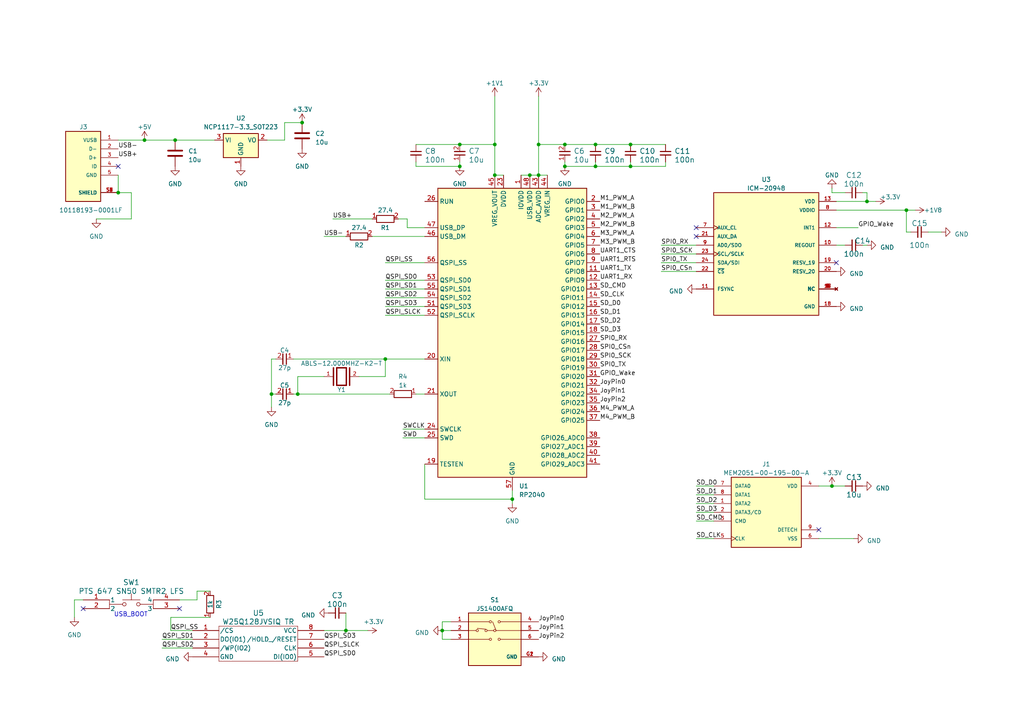
<source format=kicad_sch>
(kicad_sch (version 20230121) (generator eeschema)
  (paper "A4")
  (lib_symbols
    (symbol "1 kOhm Resistor:RC0402FR-071KL" (pin_names (offset 1.016))
      (property "Reference" "R" (at -1.27 1.27 0))
      (property "Value" "1k" (at -1.27 -3.81 0))
      (symbol "RC0402FR-071KL_0_1"
        (rectangle (start -2.54 1.016) (end 2.54 -1.016) (stroke (width 0.254)))
      )
      (symbol "RC0402FR-071KL_1_1"
        (pin passive line (at 3.81 0 180) (length 1.27) (name "~") (number "1"))
        (pin passive line (at -3.81 0 0) (length 1.27) (name "~") (number "2"))
      )
    )
    (symbol "10 uF Capacitor:GMC10X5R106M10NT" (pin_names (offset 0.254))
      (property "Reference" "C" (at 0 2.54 0))
      (property "Value" "10u" (at 0 -2.54 0))
      (symbol "GMC10X5R106M10NT_0_1"
        (polyline (pts (xy -0.508 1.524) (xy -0.508 -1.524)) (stroke (width 0.3302)))
        (polyline (pts (xy 0.508 1.524) (xy 0.508 -1.524)) (stroke (width 0.3048)))
      )
      (symbol "GMC10X5R106M10NT_1_1"
        (pin passive line (at 2.54 0 180) (length 2.032) (name "~") (number "1"))
        (pin passive line (at -2.54 0 0) (length 2.032) (name "~") (number "2"))
      )
      (symbol "GMC10X5R106M10NT_1_2"
        (polyline (pts (xy -1.905 -4.1148) (xy 1.905 -4.1148)) (stroke (width 0.2032)))
        (polyline (pts (xy -1.905 -3.4798) (xy 1.905 -3.4798)) (stroke (width 0.2032)))
        (polyline (pts (xy 0 -4.1148) (xy 0 -5.08)) (stroke (width 0.2032)))
        (polyline (pts (xy 0 -2.54) (xy 0 -3.4798)) (stroke (width 0.2032)))
        (pin unspecified line (at 0 0 270) (length 2.54) (name "") (number "1"))
        (pin unspecified line (at 0 -7.62 90) (length 2.54) (name "") (number "2"))
      )
    )
    (symbol "100 nF Capacitor:CAPH" (pin_numbers hide) (pin_names (offset 1.651) hide)
      (property "Reference" "C" (at 0 3.81 0))
      (property "Value" "100n" (at 0 -3.81 0))
      (symbol "CAPH_0_1"
        (polyline (pts (xy -0.508 -1.524) (xy -0.508 1.524)) (stroke (width 0.3048)))
        (polyline (pts (xy 0.508 -1.524) (xy 0.508 1.524)) (stroke (width 0.3302)))
      )
      (symbol "CAPH_1_1"
        (pin passive line (at -2.54 0 0) (length 2.032) (name "~") (number "1"))
        (pin passive line (at 2.54 0 180) (length 2.032) (name "~") (number "2"))
      )
    )
    (symbol "12 MHz Clock:ABLS-12.000MHZ-K2-T" (pin_names (offset 1.016))
      (property "Reference" "Y" (at -5.0878 3.8159 0))
      (property "Value" "ABLS-12.000MHZ-K2-T" (at -5.0944 -5.0944 0))
      (symbol "ABLS-12.000MHZ-K2-T_0_0"
        (polyline (pts (xy -2.3368 2.54) (xy -2.3368 -2.54)) (stroke (width 0.4064)))
        (polyline (pts (xy -1.397 2.54) (xy -1.397 -2.54)) (stroke (width 0.4064)))
        (polyline (pts (xy -1.397 2.54) (xy 1.397 2.54)) (stroke (width 0.4064)))
        (polyline (pts (xy 1.397 -2.54) (xy -1.397 -2.54)) (stroke (width 0.4064)))
        (polyline (pts (xy 1.397 2.54) (xy 1.397 -2.54)) (stroke (width 0.4064)))
        (polyline (pts (xy 2.3368 2.54) (xy 2.3368 -2.54)) (stroke (width 0.4064)))
        (pin passive line (at -5.08 0 0) (length 2.54) (name "~") (number "1"))
        (pin passive line (at 5.08 0 180) (length 2.54) (name "~") (number "2"))
      )
    )
    (symbol "27 pF Capacitor:C0402C270F5GAC" (pin_names (offset 1.016))
      (property "Reference" "C" (at -1.27 2.54 0))
      (property "Value" "27p" (at -1.27 -3.81 0))
      (symbol "C0402C270F5GAC_0_1"
        (polyline (pts (xy -0.508 1.524) (xy -0.508 -1.524)) (stroke (width 0.3302)))
        (polyline (pts (xy 0.508 1.524) (xy 0.508 -1.524)) (stroke (width 0.3048)))
      )
      (symbol "C0402C270F5GAC_1_1"
        (pin passive line (at 2.54 0 180) (length 2.032) (name "~") (number "1"))
        (pin passive line (at -2.54 0 0) (length 2.032) (name "~") (number "2"))
      )
    )
    (symbol "27.4 Ohm Resistor:RMCF0402FT27R4" (pin_names (offset 1.016))
      (property "Reference" "R" (at -2.54 3.81 0))
      (property "Value" "27.4" (at -2.54 1.27 0))
      (symbol "RMCF0402FT27R4_0_1"
        (rectangle (start 2.54 -1.016) (end -2.54 1.016) (stroke (width 0.254)))
      )
      (symbol "RMCF0402FT27R4_1_1"
        (pin passive line (at -3.81 0 0) (length 1.27) (name "~") (number "1"))
        (pin passive line (at 3.81 0 180) (length 1.27) (name "~") (number "2"))
      )
    )
    (symbol "Button:PTS_647_SN50_SMTR2_LFS" (pin_names (offset 0.254))
      (property "Reference" "SW" (at 43.18 5.08 0))
      (property "Value" "PTS 647 SN50 SMTR2 LFS" (at 44.45 -3.81 0))
      (symbol "PTS_647_SN50_SMTR2_LFS_0_1"
        (polyline (pts (xy 43.18 1.27) (xy 43.18 3.048)))
        (polyline (pts (xy 45.72 1.27) (xy 40.64 1.27)))
        (circle (center 41.148 0) (radius 0.508))
        (circle (center 45.212 0) (radius 0.508))
        (pin unspecified line (at 29.21 1.27 0) (length 7.62) (name "1") (number "1"))
        (pin unspecified line (at 29.21 -1.27 0) (length 7.62) (name "2") (number "2"))
        (pin unspecified line (at 57.15 -1.27 180) (length 7.62) (name "3") (number "3"))
        (pin unspecified line (at 57.15 1.27 180) (length 7.62) (name "4") (number "4"))
      )
      (symbol "PTS_647_SN50_SMTR2_LFS_1_1"
        (polyline (pts (xy 40.64 0) (xy 36.83 0) (xy 36.83 1.27) (xy 36.83 -1.27)))
        (polyline (pts (xy 45.72 0) (xy 49.53 0) (xy 49.53 -1.27) (xy 49.53 1.27)))
      )
    )
    (symbol "Device:C" (pin_numbers hide) (pin_names (offset 0.254))
      (property "Reference" "C" (at 0.635 2.54 0))
      (property "Value" "C" (at 0.635 -2.54 0))
      (symbol "C_0_1"
        (polyline (pts (xy -2.032 -0.762) (xy 2.032 -0.762)) (stroke (width 0.508)))
        (polyline (pts (xy -2.032 0.762) (xy 2.032 0.762)) (stroke (width 0.508)))
      )
      (symbol "C_1_1"
        (pin passive line (at 0 3.81 270) (length 2.794) (name "~") (number "1"))
        (pin passive line (at 0 -3.81 90) (length 2.794) (name "~") (number "2"))
      )
    )
    (symbol "GMC10X5R106M10NT_1" (pin_names (offset 0.254))
      (property "Reference" "C" (at 0 2.54 0))
      (property "Value" "10u" (at 0 -2.54 0))
      (symbol "GMC10X5R106M10NT_1_0_1"
        (polyline (pts (xy -0.508 1.524) (xy -0.508 -1.524)) (stroke (width 0.3302)))
        (polyline (pts (xy 0.508 1.524) (xy 0.508 -1.524)) (stroke (width 0.3048)))
      )
      (symbol "GMC10X5R106M10NT_1_1_1"
        (pin passive line (at -2.54 0 0) (length 2.032) (name "~") (number ""))
        (pin passive line (at 2.54 0 180) (length 2.032) (name "~") (number ""))
      )
      (symbol "GMC10X5R106M10NT_1_1_2"
        (polyline (pts (xy -1.905 -4.1148) (xy 1.905 -4.1148)) (stroke (width 0.2032)))
        (polyline (pts (xy -1.905 -3.4798) (xy 1.905 -3.4798)) (stroke (width 0.2032)))
        (polyline (pts (xy 0 -4.1148) (xy 0 -5.08)) (stroke (width 0.2032)))
        (polyline (pts (xy 0 -2.54) (xy 0 -3.4798)) (stroke (width 0.2032)))
        (pin unspecified line (at 0 0 270) (length 2.54) (name "") (number "1"))
        (pin unspecified line (at 0 -7.62 90) (length 2.54) (name "") (number "2"))
      )
    )
    (symbol "IMU Chip:ICM-20948" (pin_names (offset 1.016))
      (property "Reference" "U" (at -15.24 18.415 0))
      (property "Value" "ICM-20948" (at -15.24 -20.32 0))
      (symbol "ICM-20948_0_0"
        (rectangle (start -15.24 -17.78) (end 15.24 17.78) (stroke (width 0.254)) (fill (type background)))
        (pin no_connect line (at 20.32 -10.16 180) (length 5.08) (name "NC") (number "1"))
        (pin output line (at 20.32 2.54 180) (length 5.08) (name "REGOUT") (number "10"))
        (pin input line (at -20.32 -10.16 0) (length 5.08) (name "FSYNC") (number "11"))
        (pin output line (at 20.32 7.62 180) (length 5.08) (name "INT1") (number "12"))
        (pin power_in line (at 20.32 15.24 180) (length 5.08) (name "VDD") (number "13"))
        (pin no_connect line (at 20.32 -10.16 180) (length 5.08) (name "NC") (number "14"))
        (pin no_connect line (at 20.32 -10.16 180) (length 5.08) (name "NC") (number "15"))
        (pin no_connect line (at 20.32 -10.16 180) (length 5.08) (name "NC") (number "16"))
        (pin no_connect line (at 20.32 -10.16 180) (length 5.08) (name "NC") (number "17"))
        (pin power_in line (at 20.32 -15.24 180) (length 5.08) (name "GND") (number "18"))
        (pin passive line (at 20.32 -2.54 180) (length 5.08) (name "RESV_19") (number "19"))
        (pin no_connect line (at 20.32 -10.16 180) (length 5.08) (name "NC") (number "2"))
        (pin passive line (at 20.32 -5.08 180) (length 5.08) (name "RESV_20") (number "20"))
        (pin bidirectional line (at -20.32 5.08 0) (length 5.08) (name "AUX_DA") (number "21"))
        (pin input line (at -20.32 -5.08 0) (length 5.08) (name "~{CS}") (number "22"))
        (pin input clock (at -20.32 0 0) (length 5.08) (name "SCL/SCLK") (number "23"))
        (pin bidirectional line (at -20.32 -2.54 0) (length 5.08) (name "SDA/SDI") (number "24"))
        (pin no_connect line (at 20.32 -10.16 180) (length 5.08) (name "NC") (number "3"))
        (pin no_connect line (at 20.32 -10.16 180) (length 5.08) (name "NC") (number "4"))
        (pin no_connect line (at 20.32 -10.16 180) (length 5.08) (name "NC") (number "5"))
        (pin no_connect line (at 20.32 -10.16 180) (length 5.08) (name "NC") (number "6"))
        (pin input clock (at -20.32 7.62 0) (length 5.08) (name "AUX_CL") (number "7"))
        (pin power_in line (at 20.32 12.7 180) (length 5.08) (name "VDDIO") (number "8"))
        (pin bidirectional line (at -20.32 2.54 0) (length 5.08) (name "AD0/SDO") (number "9"))
      )
    )
    (symbol "JS1400AFQ:JS1400AFQ" (pin_names (offset 1.016))
      (property "Reference" "S" (at -7.62 8.89 0))
      (property "Value" "JS1400AFQ" (at -7.62 -10.16 0))
      (symbol "JS1400AFQ_0_0"
        (rectangle (start -7.62 -7.62) (end 7.62 7.62) (stroke (width 0.254)) (fill (type background)))
        (circle (center -5.08 2.54) (radius 0.3302) (stroke (width 0.1524)))
        (circle (center -2.54 2.54) (radius 0.3302) (stroke (width 0.1524)))
        (circle (center -1.27 0) (radius 0.3302) (stroke (width 0.1524)))
        (circle (center -1.27 5.08) (radius 0.3302) (stroke (width 0.1524)))
        (polyline (pts (xy -7.62 0) (xy -1.651 0)) (stroke (width 0.1524)))
        (polyline (pts (xy -7.62 2.54) (xy -5.461 2.54)) (stroke (width 0.1524)))
        (polyline (pts (xy -7.62 5.08) (xy -1.651 5.08)) (stroke (width 0.1524)))
        (polyline (pts (xy -5.08 3.175) (xy -2.54 2.921)) (stroke (width 0.1524)))
        (polyline (pts (xy -0.635 5.08) (xy 0.381 2.54)) (stroke (width 0.1524)))
        (polyline (pts (xy -0.381 2.54) (xy -2.159 2.54)) (stroke (width 0.1524)))
        (polyline (pts (xy 7.62 0) (xy 1.651 0)) (stroke (width 0.1524)))
        (polyline (pts (xy 7.62 2.54) (xy 0.381 2.54)) (stroke (width 0.1524)))
        (polyline (pts (xy 7.62 5.08) (xy 1.651 5.08)) (stroke (width 0.1524)))
        (circle (center 0 2.54) (radius 0.3302) (stroke (width 0.1524)))
        (circle (center 1.27 0) (radius 0.3302) (stroke (width 0.1524)))
        (circle (center 1.27 5.08) (radius 0.3302) (stroke (width 0.1524)))
        (pin passive line (at -12.7 5.08 0) (length 5.08) (name "~") (number "1"))
        (pin passive line (at -12.7 2.54 0) (length 5.08) (name "~") (number "2"))
        (pin passive line (at -12.7 0 0) (length 5.08) (name "~") (number "3"))
        (pin passive line (at 12.7 5.08 180) (length 5.08) (name "~") (number "4"))
        (pin passive line (at 12.7 2.54 180) (length 5.08) (name "~") (number "5"))
        (pin passive line (at 12.7 0 180) (length 5.08) (name "~") (number "6"))
        (pin power_in line (at 12.7 -5.08 180) (length 5.08) (name "GND") (number "G1"))
        (pin power_in line (at 12.7 -5.08 180) (length 5.08) (name "GND") (number "G2"))
      )
    )
    (symbol "MCU_RaspberryPi:RP2040"
      (property "Reference" "U" (at 17.78 45.72 0))
      (property "Value" "RP2040" (at 17.78 43.18 0))
      (symbol "RP2040_0_1"
        (rectangle (start -21.59 41.91) (end 21.59 -41.91) (stroke (width 0.254)) (fill (type background)))
      )
      (symbol "RP2040_1_1"
        (pin power_in line (at 2.54 45.72 270) (length 3.81) (name "IOVDD") (number "1"))
        (pin passive line (at 2.54 45.72 270) (length 3.81) hide (name "IOVDD") (number "10"))
        (pin bidirectional line (at 25.4 17.78 180) (length 3.81) (name "GPIO8") (number "11"))
        (pin bidirectional line (at 25.4 15.24 180) (length 3.81) (name "GPIO9") (number "12"))
        (pin bidirectional line (at 25.4 12.7 180) (length 3.81) (name "GPIO10") (number "13"))
        (pin bidirectional line (at 25.4 10.16 180) (length 3.81) (name "GPIO11") (number "14"))
        (pin bidirectional line (at 25.4 7.62 180) (length 3.81) (name "GPIO12") (number "15"))
        (pin bidirectional line (at 25.4 5.08 180) (length 3.81) (name "GPIO13") (number "16"))
        (pin bidirectional line (at 25.4 2.54 180) (length 3.81) (name "GPIO14") (number "17"))
        (pin bidirectional line (at 25.4 0 180) (length 3.81) (name "GPIO15") (number "18"))
        (pin input line (at -25.4 -38.1 0) (length 3.81) (name "TESTEN") (number "19"))
        (pin bidirectional line (at 25.4 38.1 180) (length 3.81) (name "GPIO0") (number "2"))
        (pin input line (at -25.4 -7.62 0) (length 3.81) (name "XIN") (number "20"))
        (pin passive line (at -25.4 -17.78 0) (length 3.81) (name "XOUT") (number "21"))
        (pin passive line (at 2.54 45.72 270) (length 3.81) hide (name "IOVDD") (number "22"))
        (pin power_in line (at -2.54 45.72 270) (length 3.81) (name "DVDD") (number "23"))
        (pin input line (at -25.4 -27.94 0) (length 3.81) (name "SWCLK") (number "24"))
        (pin bidirectional line (at -25.4 -30.48 0) (length 3.81) (name "SWD") (number "25"))
        (pin input line (at -25.4 38.1 0) (length 3.81) (name "RUN") (number "26"))
        (pin bidirectional line (at 25.4 -2.54 180) (length 3.81) (name "GPIO16") (number "27"))
        (pin bidirectional line (at 25.4 -5.08 180) (length 3.81) (name "GPIO17") (number "28"))
        (pin bidirectional line (at 25.4 -7.62 180) (length 3.81) (name "GPIO18") (number "29"))
        (pin bidirectional line (at 25.4 35.56 180) (length 3.81) (name "GPIO1") (number "3"))
        (pin bidirectional line (at 25.4 -10.16 180) (length 3.81) (name "GPIO19") (number "30"))
        (pin bidirectional line (at 25.4 -12.7 180) (length 3.81) (name "GPIO20") (number "31"))
        (pin bidirectional line (at 25.4 -15.24 180) (length 3.81) (name "GPIO21") (number "32"))
        (pin passive line (at 2.54 45.72 270) (length 3.81) hide (name "IOVDD") (number "33"))
        (pin bidirectional line (at 25.4 -17.78 180) (length 3.81) (name "GPIO22") (number "34"))
        (pin bidirectional line (at 25.4 -20.32 180) (length 3.81) (name "GPIO23") (number "35"))
        (pin bidirectional line (at 25.4 -22.86 180) (length 3.81) (name "GPIO24") (number "36"))
        (pin bidirectional line (at 25.4 -25.4 180) (length 3.81) (name "GPIO25") (number "37"))
        (pin bidirectional line (at 25.4 -30.48 180) (length 3.81) (name "GPIO26_ADC0") (number "38"))
        (pin bidirectional line (at 25.4 -33.02 180) (length 3.81) (name "GPIO27_ADC1") (number "39"))
        (pin bidirectional line (at 25.4 33.02 180) (length 3.81) (name "GPIO2") (number "4"))
        (pin bidirectional line (at 25.4 -35.56 180) (length 3.81) (name "GPIO28_ADC2") (number "40"))
        (pin bidirectional line (at 25.4 -38.1 180) (length 3.81) (name "GPIO29_ADC3") (number "41"))
        (pin passive line (at 2.54 45.72 270) (length 3.81) hide (name "IOVDD") (number "42"))
        (pin power_in line (at 7.62 45.72 270) (length 3.81) (name "ADC_AVDD") (number "43"))
        (pin power_in line (at 10.16 45.72 270) (length 3.81) (name "VREG_IN") (number "44"))
        (pin power_out line (at -5.08 45.72 270) (length 3.81) (name "VREG_VOUT") (number "45"))
        (pin bidirectional line (at -25.4 27.94 0) (length 3.81) (name "USB_DM") (number "46"))
        (pin bidirectional line (at -25.4 30.48 0) (length 3.81) (name "USB_DP") (number "47"))
        (pin power_in line (at 5.08 45.72 270) (length 3.81) (name "USB_VDD") (number "48"))
        (pin passive line (at 2.54 45.72 270) (length 3.81) hide (name "IOVDD") (number "49"))
        (pin bidirectional line (at 25.4 30.48 180) (length 3.81) (name "GPIO3") (number "5"))
        (pin passive line (at -2.54 45.72 270) (length 3.81) hide (name "DVDD") (number "50"))
        (pin bidirectional line (at -25.4 7.62 0) (length 3.81) (name "QSPI_SD3") (number "51"))
        (pin output line (at -25.4 5.08 0) (length 3.81) (name "QSPI_SCLK") (number "52"))
        (pin bidirectional line (at -25.4 15.24 0) (length 3.81) (name "QSPI_SD0") (number "53"))
        (pin bidirectional line (at -25.4 10.16 0) (length 3.81) (name "QSPI_SD2") (number "54"))
        (pin bidirectional line (at -25.4 12.7 0) (length 3.81) (name "QSPI_SD1") (number "55"))
        (pin bidirectional line (at -25.4 20.32 0) (length 3.81) (name "QSPI_SS") (number "56"))
        (pin power_in line (at 0 -45.72 90) (length 3.81) (name "GND") (number "57"))
        (pin bidirectional line (at 25.4 27.94 180) (length 3.81) (name "GPIO4") (number "6"))
        (pin bidirectional line (at 25.4 25.4 180) (length 3.81) (name "GPIO5") (number "7"))
        (pin bidirectional line (at 25.4 22.86 180) (length 3.81) (name "GPIO6") (number "8"))
        (pin bidirectional line (at 25.4 20.32 180) (length 3.81) (name "GPIO7") (number "9"))
      )
    )
    (symbol "MEM2051-00-195-00-A:MEM2051-00-195-00-A" (pin_names (offset 1.016))
      (property "Reference" "J" (at -10.16 10.16 0))
      (property "Value" "MEM2051-00-195-00-A" (at -10.16 -12.7 0))
      (symbol "MEM2051-00-195-00-A_0_0"
        (rectangle (start -10.16 -10.16) (end 10.16 10.16) (stroke (width 0.254)) (fill (type background)))
        (pin bidirectional line (at -15.24 2.54 0) (length 5.08) (name "DATA2") (number "1"))
        (pin bidirectional line (at -15.24 0 0) (length 5.08) (name "DATA3/CD") (number "2"))
        (pin bidirectional line (at -15.24 -2.54 0) (length 5.08) (name "CMD") (number "3"))
        (pin power_in line (at 15.24 7.62 180) (length 5.08) (name "VDD") (number "4"))
        (pin bidirectional clock (at -15.24 -7.62 0) (length 5.08) (name "CLK") (number "5"))
        (pin power_in line (at 15.24 -7.62 180) (length 5.08) (name "VSS") (number "6"))
        (pin bidirectional line (at -15.24 7.62 0) (length 5.08) (name "DATA0") (number "7"))
        (pin bidirectional line (at -15.24 5.08 0) (length 5.08) (name "DATA1") (number "8"))
        (pin passive line (at 15.24 -5.08 180) (length 5.08) (name "DETECH") (number "9"))
      )
    )
    (symbol "MicroUSB Connector:10118193-0001LF" (pin_names (offset 1.016))
      (property "Reference" "J" (at -5.0817 10.9286 0))
      (property "Value" "10118193-0001LF" (at -5.0819 -12.7097 0))
      (symbol "10118193-0001LF_0_0"
        (rectangle (start -5.08 -10.16) (end 5.08 10.16) (stroke (width 0.254)) (fill (type background)))
        (pin passive line (at -10.16 7.62 0) (length 5.08) (name "VUSB") (number "1"))
        (pin passive line (at -10.16 5.08 0) (length 5.08) (name "D-") (number "2"))
        (pin passive line (at -10.16 2.54 0) (length 5.08) (name "D+") (number "3"))
        (pin passive line (at -10.16 0 0) (length 5.08) (name "ID") (number "4"))
        (pin passive line (at -10.16 -2.54 0) (length 5.08) (name "GND") (number "5"))
        (pin passive line (at -10.16 -7.62 0) (length 5.08) (name "SHIELD") (number "S1"))
        (pin passive line (at -10.16 -7.62 0) (length 5.08) (name "SHIELD") (number "S2"))
        (pin passive line (at -10.16 -7.62 0) (length 5.08) (name "SHIELD") (number "S3"))
        (pin passive line (at -10.16 -7.62 0) (length 5.08) (name "SHIELD") (number "S4"))
        (pin passive line (at -10.16 -7.62 0) (length 5.08) (name "SHIELD") (number "S5"))
        (pin passive line (at -10.16 -7.62 0) (length 5.08) (name "SHIELD") (number "S6"))
      )
    )
    (symbol "Regulator_Linear:NCP1117-3.3_SOT223"
      (property "Reference" "U" (at -3.81 3.175 0))
      (property "Value" "NCP1117-3.3_SOT223" (at 0 3.175 0))
      (symbol "NCP1117-3.3_SOT223_0_1"
        (rectangle (start -5.08 -5.08) (end 5.08 1.905) (stroke (width 0.254)) (fill (type background)))
      )
      (symbol "NCP1117-3.3_SOT223_1_1"
        (pin power_in line (at 0 -7.62 90) (length 2.54) (name "GND") (number "1"))
        (pin power_out line (at 7.62 0 180) (length 2.54) (name "VO") (number "2"))
        (pin power_in line (at -7.62 0 0) (length 2.54) (name "VI") (number "3"))
      )
    )
    (symbol "W25Q128JVSIQ_TR_1" (pin_names (offset 0.254))
      (property "Reference" "U" (at 40.64 12.7 0))
      (property "Value" "W25Q128JVSIQ TR" (at 40.64 10.16 0))
      (symbol "W25Q128JVSIQ_TR_1_0_1"
        (polyline (pts (xy 29.21 -2.54) (xy 52.07 -2.54)) (stroke (width 0.127)))
        (polyline (pts (xy 29.21 7.62) (xy 29.21 -2.54)) (stroke (width 0.127)))
        (polyline (pts (xy 52.07 -2.54) (xy 52.07 7.62)) (stroke (width 0.127)))
        (polyline (pts (xy 52.07 7.62) (xy 29.21 7.62)) (stroke (width 0.127)))
        (pin input line (at 21.59 6.35 0) (length 7.62) (name "/CS") (number "1"))
        (pin bidirectional line (at 21.59 3.81 0) (length 7.62) (name "DO(IO1)") (number "2"))
        (pin bidirectional line (at 21.59 1.27 0) (length 7.62) (name "/WP(IO2)") (number "3"))
        (pin power_out line (at 21.59 -1.27 0) (length 7.62) (name "GND") (number "4"))
        (pin bidirectional line (at 59.69 -1.27 180) (length 7.62) (name "DI(IO0)") (number "5"))
        (pin input line (at 59.69 1.27 180) (length 7.62) (name "CLK") (number "6"))
        (pin bidirectional line (at 59.69 3.81 180) (length 7.62) (name "/HOLD_/RESET") (number "7"))
        (pin power_in line (at 59.69 6.35 180) (length 7.62) (name "VCC") (number "8"))
      )
    )
    (symbol "power:+1V1" (power) (pin_names (offset 0))
      (property "Value" "+1V1" (at 0 3.556 0))
      (symbol "+1V1_0_1"
        (polyline (pts (xy -0.762 1.27) (xy 0 2.54)))
        (polyline (pts (xy 0 0) (xy 0 2.54)))
        (polyline (pts (xy 0 2.54) (xy 0.762 1.27)))
      )
      (symbol "+1V1_1_1"
        (pin power_in line (at 0 0 90) (length 0) hide (name "+1V1") (number "1"))
      )
    )
    (symbol "power:+1V8" (power) (pin_names (offset 0))
      (property "Value" "+1V8" (at 0 3.556 0))
      (symbol "+1V8_0_1"
        (polyline (pts (xy -0.762 1.27) (xy 0 2.54)))
        (polyline (pts (xy 0 0) (xy 0 2.54)))
        (polyline (pts (xy 0 2.54) (xy 0.762 1.27)))
      )
      (symbol "+1V8_1_1"
        (pin power_in line (at 0 0 90) (length 0) hide (name "+1V8") (number "1"))
      )
    )
    (symbol "power:+3.3V" (power) (pin_names (offset 0))
      (property "Value" "+3.3V" (at 0 3.556 0))
      (symbol "+3.3V_0_1"
        (polyline (pts (xy -0.762 1.27) (xy 0 2.54)))
        (polyline (pts (xy 0 0) (xy 0 2.54)))
        (polyline (pts (xy 0 2.54) (xy 0.762 1.27)))
      )
      (symbol "+3.3V_1_1"
        (pin power_in line (at 0 0 90) (length 0) hide (name "+3.3V") (number "1"))
      )
    )
    (symbol "power:+5V" (power) (pin_names (offset 0))
      (property "Value" "+5V" (at 0 3.556 0))
      (symbol "+5V_0_1"
        (polyline (pts (xy -0.762 1.27) (xy 0 2.54)))
        (polyline (pts (xy 0 0) (xy 0 2.54)))
        (polyline (pts (xy 0 2.54) (xy 0.762 1.27)))
      )
      (symbol "+5V_1_1"
        (pin power_in line (at 0 0 90) (length 0) hide (name "+5V") (number "1"))
      )
    )
    (symbol "power:GND" (power) (pin_names (offset 0))
      (property "Value" "GND" (at 0 -3.81 0))
      (symbol "GND_0_1"
        (polyline (pts (xy 0 0) (xy 0 -1.27) (xy 1.27 -1.27) (xy 0 -2.54) (xy -1.27 -1.27) (xy 0 -1.27)))
      )
      (symbol "GND_1_1"
        (pin power_in line (at 0 0 270) (length 0) hide (name "GND") (number "1"))
      )
    )
  )
  (junction (at 182.88 41.91))
  (junction (at 111.76 104.14))
  (junction (at 128.27 182.88))
  (junction (at 34.29 55.88))
  (junction (at 156.21 41.91))
  (junction (at 172.72 41.91))
  (junction (at 182.88 48.26))
  (junction (at 41.91 40.64))
  (junction (at 172.72 48.26))
  (junction (at 87.63 35.56))
  (junction (at 100.33 182.88))
  (junction (at 262.89 60.96))
  (junction (at 163.83 41.91))
  (junction (at 241.3 140.97))
  (junction (at 86.36 114.3))
  (junction (at 133.35 48.26))
  (junction (at 143.51 41.91))
  (junction (at 156.21 50.8))
  (junction (at 163.83 48.26))
  (junction (at 153.67 50.8))
  (junction (at 251.46 58.42))
  (junction (at 50.8 40.64))
  (junction (at 78.74 114.3))
  (junction (at 143.51 50.8))
  (junction (at 148.59 144.78))
  (junction (at 133.35 41.91))
  (no_connect (at 24.13 176.53))
  (no_connect (at 34.29 48.26))
  (no_connect (at 242.57 76.2))
  (no_connect (at 52.07 176.53))
  (no_connect (at 237.49 153.67))
  (no_connect (at 201.93 66.04))
  (no_connect (at 201.93 68.58))
  (wire (pts (xy 34.29 50.8) (xy 34.29 55.88)))
  (wire (pts (xy 82.55 40.64) (xy 77.47 40.64)))
  (wire (pts (xy 93.98 68.58) (xy 100.33 68.58)))
  (wire (pts (xy 123.19 134.62) (xy 123.19 144.78)))
  (wire (pts (xy 151.13 50.8) (xy 153.67 50.8)))
  (wire (pts (xy 156.21 41.91) (xy 163.83 41.91)))
  (wire (pts (xy 111.76 81.28) (xy 123.19 81.28)))
  (wire (pts (xy 242.57 66.04) (xy 248.92 66.04)))
  (wire (pts (xy 133.35 41.91) (xy 120.65 41.91)))
  (wire (pts (xy 85.09 104.14) (xy 111.76 104.14)))
  (wire (pts (xy 82.55 35.56) (xy 82.55 40.64)))
  (wire (pts (xy 38.1 55.88) (xy 34.29 55.88)))
  (wire (pts (xy 191.77 78.74) (xy 201.93 78.74)))
  (wire (pts (xy 21.59 173.99) (xy 24.13 173.99)))
  (wire (pts (xy 111.76 109.22) (xy 111.76 104.14)))
  (wire (pts (xy 133.35 41.91) (xy 143.51 41.91)))
  (wire (pts (xy 242.57 58.42) (xy 251.46 58.42)))
  (wire (pts (xy 52.07 173.99) (xy 57.15 173.99)))
  (wire (pts (xy 78.74 114.3) (xy 78.74 118.11)))
  (wire (pts (xy 163.83 41.91) (xy 172.72 41.91)))
  (wire (pts (xy 262.89 67.31) (xy 264.16 67.31)))
  (wire (pts (xy 107.95 68.58) (xy 123.19 68.58)))
  (wire (pts (xy 130.81 185.42) (xy 128.27 185.42)))
  (wire (pts (xy 143.51 41.91) (xy 143.51 50.8)))
  (wire (pts (xy 182.88 41.91) (xy 193.04 41.91)))
  (wire (pts (xy 78.74 104.14) (xy 78.74 114.3)))
  (wire (pts (xy 143.51 50.8) (xy 146.05 50.8)))
  (wire (pts (xy 86.36 114.3) (xy 113.03 114.3)))
  (wire (pts (xy 153.67 50.8) (xy 156.21 50.8)))
  (wire (pts (xy 143.51 27.94) (xy 143.51 41.91)))
  (wire (pts (xy 111.76 83.82) (xy 123.19 83.82)))
  (wire (pts (xy 191.77 73.66) (xy 201.93 73.66)))
  (wire (pts (xy 85.09 114.3) (xy 86.36 114.3)))
  (wire (pts (xy 201.93 140.97) (xy 207.01 140.97)))
  (wire (pts (xy 237.49 156.21) (xy 247.65 156.21)))
  (wire (pts (xy 111.76 86.36) (xy 123.19 86.36)))
  (wire (pts (xy 123.19 124.46) (xy 116.84 124.46)))
  (wire (pts (xy 111.76 91.44) (xy 123.19 91.44)))
  (wire (pts (xy 116.84 127) (xy 123.19 127)))
  (wire (pts (xy 123.19 144.78) (xy 148.59 144.78)))
  (wire (pts (xy 128.27 185.42) (xy 128.27 182.88)))
  (wire (pts (xy 49.53 179.07) (xy 60.96 179.07)))
  (wire (pts (xy 57.15 173.99) (xy 57.15 171.45)))
  (wire (pts (xy 49.53 182.88) (xy 55.88 182.88)))
  (wire (pts (xy 156.21 27.94) (xy 156.21 41.91)))
  (wire (pts (xy 120.65 114.3) (xy 123.19 114.3)))
  (wire (pts (xy 100.33 177.8) (xy 100.33 182.88)))
  (wire (pts (xy 191.77 76.2) (xy 201.93 76.2)))
  (wire (pts (xy 163.83 48.26) (xy 172.72 48.26)))
  (wire (pts (xy 245.11 71.12) (xy 242.57 71.12)))
  (wire (pts (xy 111.76 88.9) (xy 123.19 88.9)))
  (wire (pts (xy 21.59 179.07) (xy 21.59 173.99)))
  (wire (pts (xy 27.94 63.5) (xy 38.1 63.5)))
  (wire (pts (xy 128.27 182.88) (xy 130.81 182.88)))
  (wire (pts (xy 201.93 148.59) (xy 207.01 148.59)))
  (wire (pts (xy 172.72 48.26) (xy 172.72 46.99)))
  (wire (pts (xy 182.88 48.26) (xy 182.88 46.99)))
  (wire (pts (xy 120.65 48.26) (xy 133.35 48.26)))
  (wire (pts (xy 78.74 114.3) (xy 80.01 114.3)))
  (wire (pts (xy 120.65 48.26) (xy 120.65 46.99)))
  (wire (pts (xy 245.11 55.88) (xy 241.3 55.88)))
  (wire (pts (xy 156.21 50.8) (xy 156.21 41.91)))
  (wire (pts (xy 118.11 66.04) (xy 123.19 66.04)))
  (wire (pts (xy 148.59 144.78) (xy 148.59 142.24)))
  (wire (pts (xy 130.81 180.34) (xy 128.27 180.34)))
  (wire (pts (xy 201.93 143.51) (xy 207.01 143.51)))
  (wire (pts (xy 93.98 182.88) (xy 100.33 182.88)))
  (wire (pts (xy 111.76 76.2) (xy 123.19 76.2)))
  (wire (pts (xy 107.95 63.5) (xy 96.52 63.5)))
  (wire (pts (xy 172.72 41.91) (xy 182.88 41.91)))
  (wire (pts (xy 172.72 48.26) (xy 182.88 48.26)))
  (wire (pts (xy 201.93 156.21) (xy 207.01 156.21)))
  (wire (pts (xy 251.46 55.88) (xy 250.19 55.88)))
  (wire (pts (xy 251.46 58.42) (xy 254 58.42)))
  (wire (pts (xy 34.29 40.64) (xy 41.91 40.64)))
  (wire (pts (xy 78.74 104.14) (xy 80.01 104.14)))
  (wire (pts (xy 241.3 55.88) (xy 241.3 54.61)))
  (wire (pts (xy 49.53 179.07) (xy 49.53 182.88)))
  (wire (pts (xy 86.36 109.22) (xy 86.36 114.3)))
  (wire (pts (xy 156.21 50.8) (xy 158.75 50.8)))
  (wire (pts (xy 118.11 63.5) (xy 118.11 66.04)))
  (wire (pts (xy 193.04 48.26) (xy 193.04 46.99)))
  (wire (pts (xy 82.55 35.56) (xy 87.63 35.56)))
  (wire (pts (xy 41.91 40.64) (xy 50.8 40.64)))
  (wire (pts (xy 133.35 48.26) (xy 133.35 46.99)))
  (wire (pts (xy 57.15 171.45) (xy 60.96 171.45)))
  (wire (pts (xy 182.88 48.26) (xy 193.04 48.26)))
  (wire (pts (xy 201.93 146.05) (xy 207.01 146.05)))
  (wire (pts (xy 191.77 71.12) (xy 201.93 71.12)))
  (wire (pts (xy 104.14 109.22) (xy 111.76 109.22)))
  (wire (pts (xy 50.8 40.64) (xy 62.23 40.64)))
  (wire (pts (xy 115.57 63.5) (xy 118.11 63.5)))
  (wire (pts (xy 242.57 60.96) (xy 262.89 60.96)))
  (wire (pts (xy 38.1 63.5) (xy 38.1 55.88)))
  (wire (pts (xy 46.99 185.42) (xy 55.88 185.42)))
  (wire (pts (xy 241.3 140.97) (xy 245.11 140.97)))
  (wire (pts (xy 128.27 180.34) (xy 128.27 182.88)))
  (wire (pts (xy 269.24 67.31) (xy 273.05 67.31)))
  (wire (pts (xy 163.83 48.26) (xy 163.83 46.99)))
  (wire (pts (xy 201.93 151.13) (xy 207.01 151.13)))
  (wire (pts (xy 262.89 60.96) (xy 262.89 67.31)))
  (wire (pts (xy 148.59 146.05) (xy 148.59 144.78)))
  (wire (pts (xy 100.33 182.88) (xy 106.68 182.88)))
  (wire (pts (xy 250.19 71.12) (xy 251.46 71.12)))
  (wire (pts (xy 237.49 140.97) (xy 241.3 140.97)))
  (wire (pts (xy 111.76 104.14) (xy 123.19 104.14)))
  (wire (pts (xy 93.98 109.22) (xy 86.36 109.22)))
  (wire (pts (xy 251.46 58.42) (xy 251.46 55.88)))
  (wire (pts (xy 46.99 187.96) (xy 55.88 187.96)))
  (wire (pts (xy 262.89 60.96) (xy 265.43 60.96)))
  (text "USB_BOOT" (at 33.02 179.07 0) (effects (font (size 1.27 1.27)) (justify left bottom)))
  (label "USB-" (at 34.29 43.18 0))
  (label "QSPI_SD1" (at 46.99 185.42 0))
  (label "SWCLK" (at 116.84 124.46 0))
  (label "M3_PWM_A" (at 173.99 68.58 0))
  (label "SD_D2" (at 201.93 146.05 0))
  (label "SD_CMD" (at 201.93 151.13 0))
  (label "USB+" (at 96.52 63.5 0))
  (label "QSPI_SLCK" (at 93.98 187.96 0))
  (label "QSPI_SD3" (at 93.98 185.42 0))
  (label "QSPI_SD3" (at 111.76 88.9 0))
  (label "SPI0_TX" (at 191.77 76.2 0))
  (label "SD_D1" (at 201.93 143.51 0))
  (label "USB-" (at 93.98 68.58 0))
  (label "M3_PWM_B" (at 173.99 71.12 0))
  (label "QSPI_SS" (at 49.53 182.88 0))
  (label "UART1_CTS" (at 173.99 73.66 0))
  (label "USB+" (at 34.29 45.72 0))
  (label "SD_D0" (at 201.93 140.97 0))
  (label "M2_PWM_A" (at 173.99 63.5 0))
  (label "SPI0_CSn" (at 191.77 78.74 0))
  (label "QSPI_SLCK" (at 111.76 91.44 0))
  (label "M4_PWM_B" (at 173.99 121.92 0))
  (label "JoyPin0" (at 173.99 111.76 0))
  (label "UART1_RTS" (at 173.99 76.2 0))
  (label "QSPI_SD2" (at 111.76 86.36 0))
  (label "QSPI_SS" (at 111.76 76.2 0))
  (label "QSPI_SD0" (at 93.98 190.5 0))
  (label "SPI0_RX" (at 191.77 71.12 0))
  (label "SPI0_SCK" (at 191.77 73.66 0))
  (label "SD_CLK" (at 173.99 86.36 0))
  (label "JoyPin1" (at 173.99 114.3 0))
  (label "M1_PWM_B" (at 173.99 60.96 0))
  (label "UART1_RX" (at 173.99 81.28 0))
  (label "SD_CMD" (at 173.99 83.82 0))
  (label "GPIO_Wake" (at 173.99 109.22 0))
  (label "QSPI_SD1" (at 111.76 83.82 0))
  (label "GPIO_Wake" (at 248.92 66.04 0))
  (label "SPI0_TX" (at 173.99 106.68 0))
  (label "SPI0_CSn" (at 173.99 101.6 0))
  (label "QSPI_SD2" (at 46.99 187.96 0))
  (label "SD_D1" (at 173.99 91.44 0))
  (label "SD_CLK" (at 201.93 156.21 0))
  (label "SD_D3" (at 173.99 96.52 0))
  (label "M1_PWM_A" (at 173.99 58.42 0))
  (label "SD_D2" (at 173.99 93.98 0))
  (label "M4_PWM_A" (at 173.99 119.38 0))
  (label "JoyPin0" (at 156.21 180.34 0))
  (label "JoyPin2" (at 173.99 116.84 0))
  (label "UART1_TX" (at 173.99 78.74 0))
  (label "SWD" (at 116.84 127 0))
  (label "SPI0_RX" (at 173.99 99.06 0))
  (label "SD_D0" (at 173.99 88.9 0))
  (label "JoyPin1" (at 156.21 182.88 0))
  (label "SD_D3" (at 201.93 148.59 0))
  (label "QSPI_SD0" (at 111.76 81.28 0))
  (label "SPI0_SCK" (at 173.99 104.14 0))
  (label "JoyPin2" (at 156.21 185.42 0))
  (label "M2_PWM_B" (at 173.99 66.04 0))
  (symbol (lib_id "power:+3.3V") (at 254 58.42 270) (unit 1)
    (property "Reference" "#PWR022" (effects hide))
    (property "Value" "+3.3V" (at 255.27 57.15 90) (effects (justify left)))
  )
  (symbol (lib_id "Device:C") (at 50.8 44.45 0) (unit 1)
    (property "Reference" "C1" (at 54.61 43.815 0) (effects (justify left)))
    (property "Value" "10u" (at 54.61 46.355 0) (effects (justify left)))
    (property "Footprint" "Capacitor_SMD:C_0805_2012Metric" (effects hide))
  )
  (symbol (lib_id "power:GND") (at 95.25 177.8 270) (unit 1)
    (property "Reference" "#PWR012" (effects hide))
    (property "Value" "GND" (at 91.44 178.435 90) (effects (justify right)))
  )
  (symbol (lib_id "power:+3.3V") (at 106.68 182.88 270) (unit 1)
    (property "Reference" "#PWR011" (effects hide))
    (property "Value" "+3.3V" (at 105.41 180.34 90) (effects (justify left)))
  )
  (symbol (lib_id "power:GND") (at 273.05 67.31 90) (unit 1)
    (property "Reference" "#PWR028" (effects hide))
    (property "Value" "GND" (at 276.86 67.945 90) (effects (justify right)))
  )
  (symbol (lib_id "100 nF Capacitor:CAPH") (at 172.72 44.45 270) (unit 1)
    (property "Reference" "C9" (at 175.26 43.8213 90) (effects (font (size 1.524 1.524)) (justify left)))
    (property "Value" "100n" (at 175.26 46.3613 90) (effects (font (size 1.524 1.524)) (justify left)))
    (property "Footprint" "100 nF Capacitor:GMC04X7R104K16NT" (effects hide))
  )
  (symbol (lib_id "Regulator_Linear:NCP1117-3.3_SOT223") (at 69.85 40.64 0) (unit 1)
    (property "Reference" "U2" (at 69.85 34.29 0))
    (property "Value" "NCP1117-3.3_SOT223" (at 69.85 36.83 0))
    (property "Footprint" "Package_TO_SOT_SMD:SOT-223-3_TabPin2" (effects hide))
    (property "Datasheet" "http://www.onsemi.com/pub_link/Collateral/NCP1117-D.PDF" (effects hide))
  )
  (symbol (lib_id "MCU_RaspberryPi:RP2040") (at 148.59 96.52 0) (unit 1)
    (property "Reference" "U1" (at 150.5459 140.97 0) (effects (justify left)))
    (property "Value" "RP2040" (at 150.5459 143.51 0) (effects (justify left)))
    (property "Footprint" "Package_DFN_QFN:QFN-56-1EP_7x7mm_P0.4mm_EP3.2x3.2mm" (effects hide))
    (property "Datasheet" "https://datasheets.raspberrypi.com/rp2040/rp2040-datasheet.pdf" (effects hide))
  )
  (symbol (lib_id "100 nF Capacitor:CAPH") (at 120.65 44.45 270) (unit 1)
    (property "Reference" "C8" (at 123.19 43.8213 90) (effects (font (size 1.524 1.524)) (justify left)))
    (property "Value" "100n" (at 123.19 46.3613 90) (effects (font (size 1.524 1.524)) (justify left)))
    (property "Footprint" "100 nF Capacitor:GMC04X7R104K16NT" (effects hide))
  )
  (symbol (lib_id "power:+1V8") (at 265.43 60.96 270) (unit 1)
    (property "Reference" "#PWR027" (effects hide))
    (property "Value" "+1V8" (at 267.97 60.96 90) (effects (justify left)))
  )
  (symbol (lib_id "1 kOhm Resistor:RC0402FR-071KL") (at 60.96 175.26 270) (unit 1)
    (property "Reference" "R3" (at 63.5 175.26 0))
    (property "Value" "1k" (at 60.96 175.26 0))
    (property "Footprint" "RESC1005X40" (effects hide))
    (property "MANUFACTURER" "YAGEO" (effects hide))
  )
  (symbol (lib_id "power:GND") (at 201.93 83.82 270) (unit 1)
    (property "Reference" "#PWR029" (effects hide))
    (property "Value" "GND" (at 198.12 84.455 90) (effects (justify right)))
  )
  (symbol (lib_id "power:GND") (at 148.59 146.05 0) (unit 1)
    (property "Reference" "#PWR07" (effects hide))
    (property "Value" "GND" (at 148.59 151.13 0))
  )
  (symbol (lib_id "power:GND") (at 78.74 118.11 0) (unit 1)
    (property "Reference" "#PWR014" (effects hide))
    (property "Value" "GND" (at 78.74 123.19 0))
  )
  (symbol (lib_id "100 nF Capacitor:CAPH") (at 247.65 71.12 0) (mirror y) (unit 1)
    (property "Reference" "C14" (at 250.19 69.85 0) (effects (font (size 1.524 1.524))))
    (property "Value" "100n" (at 247.65 73.66 0) (effects (font (size 1.524 1.524))))
    (property "Footprint" "100 nF Capacitor:GMC04X7R104K16NT" (effects hide))
  )
  (symbol (lib_id "power:GND") (at 156.21 190.5 90) (unit 1)
    (property "Reference" "#PWR08" (effects hide))
    (property "Value" "GND" (at 160.02 191.135 90) (effects (justify right)))
  )
  (symbol (lib_id "power:GND") (at 55.88 190.5 270) (unit 1)
    (property "Reference" "#PWR010" (effects hide))
    (property "Value" "GND" (at 52.07 191.135 90) (effects (justify right)))
  )
  (symbol (lib_id "power:GND") (at 250.19 140.97 90) (unit 1)
    (property "Reference" "#PWR019" (effects hide))
    (property "Value" "GND" (at 254 141.605 90) (effects (justify right)))
  )
  (symbol (lib_id "100 nF Capacitor:CAPH") (at 182.88 44.45 270) (unit 1)
    (property "Reference" "C10" (at 185.42 43.8213 90) (effects (font (size 1.524 1.524)) (justify left)))
    (property "Value" "100n" (at 185.42 46.3613 90) (effects (font (size 1.524 1.524)) (justify left)))
    (property "Footprint" "100 nF Capacitor:GMC04X7R104K16NT" (effects hide))
  )
  (symbol (lib_id "power:+3.3V") (at 156.21 27.94 0) (unit 1)
    (property "Reference" "#PWR018" (effects hide))
    (property "Value" "+3.3V" (at 156.21 24.13 0))
  )
  (symbol (lib_id "1 kOhm Resistor:RC0402FR-071KL") (at 116.84 114.3 0) (unit 1)
    (property "Reference" "R4" (at 116.84 109.22 0))
    (property "Value" "1k" (at 116.84 111.76 0))
    (property "Footprint" "RESC1005X40" (effects hide))
    (property "MANUFACTURER" "YAGEO" (effects hide))
  )
  (symbol (lib_id "100 nF Capacitor:CAPH") (at 266.7 67.31 180) (unit 1)
    (property "Reference" "C15" (at 266.7 64.77 0) (effects (font (size 1.524 1.524))))
    (property "Value" "100n" (at 266.7 71.12 0) (effects (font (size 1.524 1.524))))
    (property "Footprint" "100 nF Capacitor:GMC04X7R104K16NT" (effects hide))
  )
  (symbol (lib_id "power:GND") (at 251.46 71.12 90) (mirror x) (unit 1)
    (property "Reference" "#PWR025" (effects hide))
    (property "Value" "GND" (at 255.27 71.755 90) (effects (justify right)))
  )
  (symbol (lib_id "power:GND") (at 27.94 63.5 0) (unit 1)
    (property "Reference" "#PWR01" (effects hide))
    (property "Value" "GND" (at 27.94 68.58 0))
  )
  (symbol (lib_id "power:GND") (at 163.83 48.26 0) (unit 1)
    (property "Reference" "#PWR016" (effects hide))
    (property "Value" "GND" (at 163.83 53.34 0))
  )
  (symbol (lib_id "power:GND") (at 87.63 43.18 0) (unit 1)
    (property "Reference" "#PWR05" (effects hide))
    (property "Value" "GND" (at 87.63 48.26 0))
  )
  (symbol (lib_id "MEM2051-00-195-00-A:MEM2051-00-195-00-A") (at 222.25 148.59 0) (unit 1)
    (property "Reference" "J1" (at 222.25 134.62 0))
    (property "Value" "MEM2051-00-195-00-A" (at 222.25 137.16 0))
    (property "Footprint" "GCT_MEM2051-00-195-00-A" (effects hide))
    (property "MANUFACTURER" "GCT" (effects hide))
  )
  (symbol (lib_name "W25Q128JVSIQ_TR_1") (lib_id "128Mbit Flash:W25Q128JVSIQ_TR") (at 34.29 189.23 0) (unit 1)
    (property "Reference" "U5" (at 74.93 177.8 0) (effects (font (size 1.524 1.524))))
    (property "Value" "W25Q128JVSIQ TR" (at 74.93 180.34 0) (effects (font (size 1.524 1.524))))
    (property "Footprint" "SOIC_208MIL_WIN" (effects hide))
    (property "Datasheet" "W25Q128JVSIQ TR" (effects hide))
  )
  (symbol (lib_id "power:GND") (at 247.65 156.21 90) (unit 1)
    (property "Reference" "#PWR021" (effects hide))
    (property "Value" "GND" (at 251.46 156.845 90) (effects (justify right)))
  )
  (symbol (lib_id "power:GND") (at 133.35 48.26 0) (unit 1)
    (property "Reference" "#PWR015" (effects hide))
    (property "Value" "GND" (at 133.35 53.34 0))
  )
  (symbol (lib_name "GMC10X5R106M10NT_1") (lib_id "10 uF Capacitor:GMC10X5R106M10NT") (at 247.65 140.97 0) (unit 1)
    (property "Reference" "C13" (at 247.65 138.43 0) (effects (font (size 1.524 1.524))))
    (property "Value" "10u" (at 247.65 143.51 0) (effects (font (size 1.524 1.524))))
    (property "Footprint" "CAP_GMC10_CCE" (effects hide))
    (property "Datasheet" "GMC10X5R106M10NT" (effects hide))
  )
  (symbol (lib_id "power:GND") (at 50.8 48.26 0) (unit 1)
    (property "Reference" "#PWR02" (effects hide))
    (property "Value" "GND" (at 50.8 53.34 0))
  )
  (symbol (lib_id "power:GND") (at 242.57 78.74 90) (unit 1)
    (property "Reference" "#PWR024" (effects hide))
    (property "Value" "GND" (at 246.38 79.375 90) (effects (justify right)))
  )
  (symbol (lib_id "100 nF Capacitor:CAPH") (at 247.65 55.88 0) (unit 1)
    (property "Reference" "C12" (at 247.6563 50.8 0) (effects (font (size 1.524 1.524))))
    (property "Value" "100n" (at 247.6563 53.34 0) (effects (font (size 1.524 1.524))))
    (property "Footprint" "100 nF Capacitor:GMC04X7R104K16NT" (effects hide))
  )
  (symbol (lib_id "27.4 Ohm Resistor:RMCF0402FT27R4") (at 111.76 63.5 0) (unit 1)
    (property "Reference" "R1" (at 111.76 66.04 0))
    (property "Value" "27.4" (at 111.76 60.96 0))
    (property "Footprint" "RESC1005X35N" (effects hide))
  )
  (symbol (lib_id "Button:PTS_647_SN50_SMTR2_LFS") (at -5.08 175.26 0) (unit 1)
    (property "Reference" "SW1" (at 38.1 168.91 0) (effects (font (size 1.524 1.524))))
    (property "Value" "PTS 647 SN50 SMTR2 LFS" (at 38.1 171.45 0) (effects (font (size 1.524 1.524))))
    (property "Footprint" "PTS 647 SN50 SMTR2 LFS" (effects hide))
    (property "Datasheet" "PTS 647 SN50 SMTR2 LFS" (effects hide))
  )
  (symbol (lib_id "27.4 Ohm Resistor:RMCF0402FT27R4") (at 104.14 68.58 0) (unit 1)
    (property "Reference" "R2" (at 104.14 71.12 0))
    (property "Value" "27.4" (at 104.14 66.04 0))
    (property "Footprint" "RESC1005X35N" (effects hide))
  )
  (symbol (lib_id "power:+5V") (at 41.91 40.64 0) (unit 1)
    (property "Reference" "#PWR03" (effects hide))
    (property "Value" "+5V" (at 41.91 36.83 0))
  )
  (symbol (lib_id "power:+1V1") (at 143.51 27.94 0) (unit 1)
    (property "Reference" "#PWR017" (effects hide))
    (property "Value" "+1V1" (at 143.51 24.13 0))
  )
  (symbol (lib_id "MicroUSB Connector:10118193-0001LF") (at 24.13 48.26 0) (mirror y) (unit 1)
    (property "Reference" "J3" (at 25.4 36.83 0) (effects (justify left)))
    (property "Value" "10118193-0001LF" (at 35.56 60.96 0) (effects (justify left)))
    (property "Footprint" "AMPHENOL_10118193-0001LF" (effects hide))
    (property "PARTREV" "E" (effects hide))
    (property "MANUFACTURER" "Amphenol FCI" (effects hide))
    (property "MAXIMUM_PACKAGE_HEIGHT" "2.55 mm" (effects hide))
    (property "STANDARD" "Manufacturer Recommendations" (effects hide))
  )
  (symbol (lib_id "power:+3.3V") (at 241.3 140.97 0) (unit 1)
    (property "Reference" "#PWR020" (effects hide))
    (property "Value" "+3.3V" (at 241.3 137.16 0))
  )
  (symbol (lib_id "power:GND") (at 242.57 88.9 90) (mirror x) (unit 1)
    (property "Reference" "#PWR09" (effects hide))
    (property "Value" "GND" (at 246.38 89.535 90) (effects (justify right)))
  )
  (symbol (lib_id "JS1400AFQ:JS1400AFQ") (at 143.51 185.42 0) (unit 1)
    (property "Reference" "S1" (at 143.51 173.99 0))
    (property "Value" "JS1400AFQ" (at 143.51 176.53 0))
    (property "Footprint" "SW_JS1400AFQ" (effects hide))
    (property "PARTREV" "C" (effects hide))
    (property "MANUFACTURER" "E-Switch" (effects hide))
    (property "MAXIMUM_PACKAGE_HEIGHT" "4.8 mm" (effects hide))
    (property "STANDARD" "Manufacturer Recommendations" (effects hide))
  )
  (symbol (lib_id "100 nF Capacitor:CAPH") (at 97.79 177.8 0) (unit 1)
    (property "Reference" "C3" (at 97.7963 172.72 0) (effects (font (size 1.524 1.524))))
    (property "Value" "100n" (at 97.7963 175.26 0) (effects (font (size 1.524 1.524))))
    (property "Footprint" "100 nF Capacitor:GMC04X7R104K16NT" (effects hide))
  )
  (symbol (lib_id "10 uF Capacitor:GMC10X5R106M10NT") (at 133.35 44.45 270) (unit 1)
    (property "Reference" "C7" (at 135.89 43.8086 90) (effects (font (size 1.524 1.524)) (justify left)))
    (property "Value" "10u" (at 135.89 46.3486 90) (effects (font (size 1.524 1.524)) (justify left)))
    (property "Footprint" "CAP_GMC10_CCE" (effects hide))
    (property "Datasheet" "GMC10X5R106M10NT" (effects hide))
  )
  (symbol (lib_id "power:GND") (at 69.85 48.26 0) (unit 1)
    (property "Reference" "#PWR04" (effects hide))
    (property "Value" "GND" (at 69.85 53.34 0))
  )
  (symbol (lib_id "27 pF Capacitor:C0402C270F5GAC") (at 82.55 114.3 0) (unit 1)
    (property "Reference" "C5" (at 82.55 111.76 0))
    (property "Value" "27p" (at 82.55 116.84 0))
    (property "Footprint" "CAPC1005X55N" (effects hide))
  )
  (symbol (lib_id "12 MHz Clock:ABLS-12.000MHZ-K2-T") (at 99.06 109.22 0) (unit 1)
    (property "Reference" "Y1" (at 99.06 113.03 0))
    (property "Value" "ABLS-12.000MHZ-K2-T" (at 99.06 105.41 0))
    (property "Footprint" "XTAL_ABLS-12.000MHZ-K2-T" (effects hide))
    (property "PARTREV" "02.16.2021" (effects hide))
    (property "STANDARD" "Manufacturer Recommendations" (effects hide))
    (property "MAXIMUM_PACKAGE_HEIGHT" "4.2 mm" (effects hide))
    (property "MANUFACTURER" "Abracon" (effects hide))
  )
  (symbol (lib_id "100 nF Capacitor:CAPH") (at 193.04 44.45 270) (unit 1)
    (property "Reference" "C11" (at 195.58 43.8213 90) (effects (font (size 1.524 1.524)) (justify left)))
    (property "Value" "100n" (at 195.58 46.3613 90) (effects (font (size 1.524 1.524)) (justify left)))
    (property "Footprint" "100 nF Capacitor:GMC04X7R104K16NT" (effects hide))
  )
  (symbol (lib_id "power:GND") (at 241.3 54.61 180) (unit 1)
    (property "Reference" "#PWR023" (effects hide))
    (property "Value" "GND" (at 241.3 50.8 0))
  )
  (symbol (lib_id "IMU Chip:ICM-20948") (at 222.25 73.66 0) (unit 1)
    (property "Reference" "U3" (at 222.25 52.07 0))
    (property "Value" "ICM-20948" (at 222.25 54.61 0))
    (property "Footprint" "QFN40P300X300X105-24N" (effects hide))
    (property "PARTREV" "1.3" (effects hide))
    (property "MANUFACTURER" "TDK InvenSense" (effects hide))
    (property "MAXIMUM_PACKAGE_HEIGHT" "1.05 mm" (effects hide))
    (property "STANDARD" "IPC 7351B" (effects hide))
  )
  (symbol (lib_id "10 uF Capacitor:GMC10X5R106M10NT") (at 163.83 44.45 270) (unit 1)
    (property "Reference" "C6" (at 166.37 43.8086 90) (effects (font (size 1.524 1.524)) (justify left)))
    (property "Value" "10u" (at 166.37 46.3486 90) (effects (font (size 1.524 1.524)) (justify left)))
    (property "Footprint" "CAP_GMC10_CCE" (effects hide))
    (property "Datasheet" "GMC10X5R106M10NT" (effects hide))
  )
  (symbol (lib_id "power:+3.3V") (at 87.63 35.56 0) (unit 1)
    (property "Reference" "#PWR06" (effects hide))
    (property "Value" "+3.3V" (at 87.63 31.75 0))
  )
  (symbol (lib_id "27 pF Capacitor:C0402C270F5GAC") (at 82.55 104.14 0) (unit 1)
    (property "Reference" "C4" (at 82.55 101.6 0))
    (property "Value" "27p" (at 82.55 106.68 0))
    (property "Footprint" "CAPC1005X55N" (effects hide))
  )
  (symbol (lib_id "power:GND") (at 21.59 179.07 0) (unit 1)
    (property "Reference" "#PWR013" (effects hide))
    (property "Value" "GND" (at 21.59 184.15 0))
  )
  (symbol (lib_id "power:GND") (at 128.27 182.88 270) (unit 1)
    (property "Reference" "#PWR030" (effects hide))
    (property "Value" "GND" (at 124.46 183.515 90) (effects (justify right)))
  )
  (symbol (lib_id "Device:C") (at 87.63 39.37 0) (unit 1)
    (property "Reference" "C2" (at 91.44 38.735 0) (effects (justify left)))
    (property "Value" "10u" (at 91.44 41.275 0) (effects (justify left)))
    (property "Footprint" "Capacitor_SMD:C_0805_2012Metric" (effects hide))
  )
)
</source>
